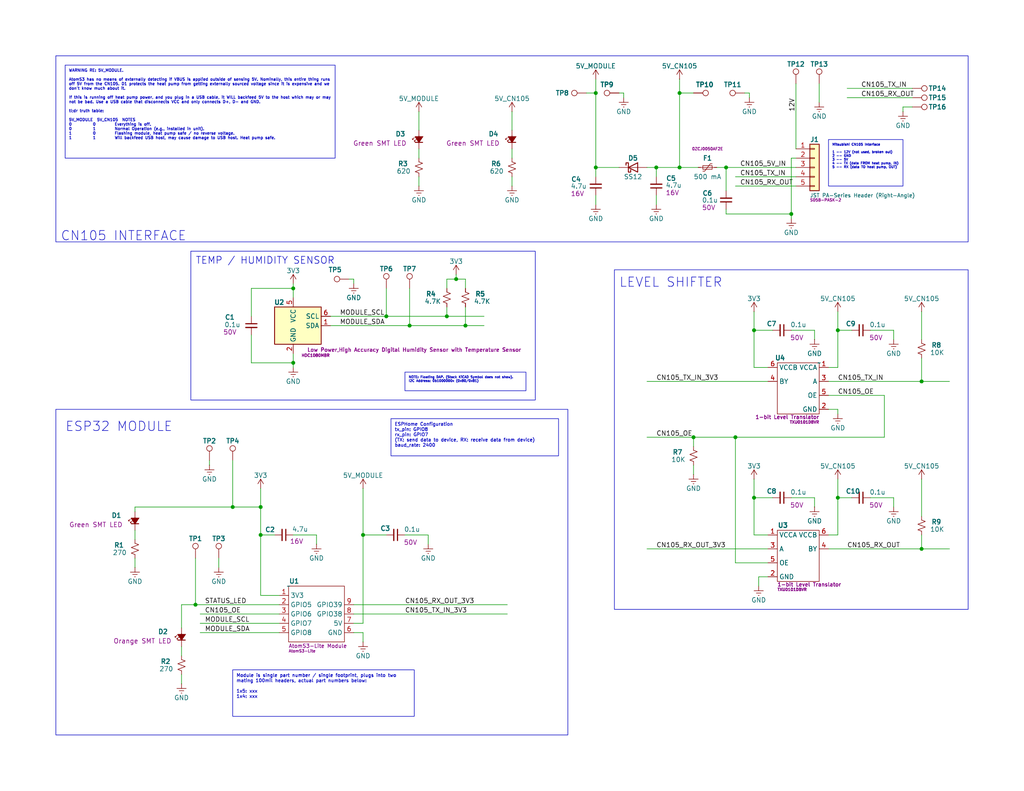
<source format=kicad_sch>
(kicad_sch (version 20250114) (generator "eeschema") (generator_version "9.0")
  (paper "USLetter")
  (title_block (title "CN105 Interface Board") (date "2025-02-09") (rev "A01"))
  (lib_symbols
    (symbol "Connector:TestPoint" (pin_numbers (hide yes)) (pin_names (offset 0.762) (hide yes))
      (property "Reference" "TP" (at 0 6.858 0))
      (property "Value" "TestPoint" (at 0 5.08 0))
      (symbol "TestPoint_0_1"
        (circle (center 0 3.302) (radius 0.762))
      )
      (symbol "TestPoint_1_1"
        (pin passive line (at 0 0 90) (length 2.54) (name "1") (number "1"))
      )
    )
    (symbol "Connector_Generic:Conn_01x05" (pin_names (offset 1.016) (hide yes))
      (property "Reference" "J" (at 0 7.62 0))
      (property "Value" "Conn_01x05" (at 0 -7.62 0))
      (symbol "Conn_01x05_1_1"
        (rectangle (start -1.27 6.35) (end 1.27 -6.35) (stroke (width 0.254)) (fill (type background)))
        (rectangle (start -1.27 5.207) (end 0 4.953) (stroke (width 0.1524)))
        (rectangle (start -1.27 2.667) (end 0 2.413) (stroke (width 0.1524)))
        (rectangle (start -1.27 0.127) (end 0 -0.127) (stroke (width 0.1524)))
        (rectangle (start -1.27 -2.413) (end 0 -2.667) (stroke (width 0.1524)))
        (rectangle (start -1.27 -4.953) (end 0 -5.207) (stroke (width 0.1524)))
        (pin passive line (at -5.08 5.08 0) (length 3.81) (name "Pin_1") (number "1"))
        (pin passive line (at -5.08 2.54 0) (length 3.81) (name "Pin_2") (number "2"))
        (pin passive line (at -5.08 0 0) (length 3.81) (name "Pin_3") (number "3"))
        (pin passive line (at -5.08 -2.54 0) (length 3.81) (name "Pin_4") (number "4"))
        (pin passive line (at -5.08 -5.08 0) (length 3.81) (name "Pin_5") (number "5"))
      )
    )
    (symbol "Device:C_Small" (pin_numbers (hide yes)) (pin_names (offset 0.254) (hide yes))
      (property "Reference" "C" (at 0.254 1.778 0))
      (property "Value" "C_Small" (at 0.254 -2.032 0))
      (symbol "C_Small_0_1"
        (polyline (pts (xy -1.524 0.508) (xy 1.524 0.508)) (stroke (width 0.3048)))
        (polyline (pts (xy -1.524 -0.508) (xy 1.524 -0.508)) (stroke (width 0.3302)))
      )
      (symbol "C_Small_1_1"
        (pin passive line (at 0 2.54 270) (length 2.032) (name "~") (number "1"))
        (pin passive line (at 0 -2.54 90) (length 2.032) (name "~") (number "2"))
      )
    )
    (symbol "Device:LED_Small_Filled" (pin_numbers (hide yes)) (pin_names (offset 0.254) (hide yes))
      (property "Reference" "D" (at -1.27 3.175 0))
      (property "Value" "LED_Small_Filled" (at -4.445 -2.54 0))
      (symbol "LED_Small_Filled_0_1"
        (polyline (pts (xy -0.762 -1.016) (xy -0.762 1.016)) (stroke (width 0.254)))
        (polyline (pts (xy 0 0.762) (xy -0.508 1.27) (xy -0.254 1.27) (xy -0.508 1.27) (xy -0.508 1.016)))
        (polyline (pts (xy 0.508 1.27) (xy 0 1.778) (xy 0.254 1.778) (xy 0 1.778) (xy 0 1.524)))
        (polyline (pts (xy 0.762 -1.016) (xy -0.762 0) (xy 0.762 1.016) (xy 0.762 -1.016)) (stroke (width 0.254)) (fill (type outline)))
        (polyline (pts (xy 1.016 0) (xy -0.762 0)))
      )
      (symbol "LED_Small_Filled_1_1"
        (pin passive line (at -2.54 0 0) (length 1.778) (name "K") (number "1"))
        (pin passive line (at 2.54 0 180) (length 1.778) (name "A") (number "2"))
      )
    )
    (symbol "Device:Polyfuse_Small" (pin_numbers (hide yes)) (pin_names (offset 0))
      (property "Reference" "F" (at -1.905 0 90))
      (property "Value" "Polyfuse_Small" (at 1.905 0 90))
      (symbol "Polyfuse_Small_0_1"
        (polyline (pts (xy -1.016 1.27) (xy -1.016 0.762) (xy 1.016 -0.762) (xy 1.016 -1.27)))
        (rectangle (start -0.508 1.27) (end 0.508 -1.27))
        (polyline (pts (xy 0 2.54) (xy 0 -2.54)))
      )
      (symbol "Polyfuse_Small_1_1"
        (pin passive line (at 0 2.54 270) (length 0.635) (name "~") (number "1"))
        (pin passive line (at 0 -2.54 90) (length 0.635) (name "~") (number "2"))
      )
    )
    (symbol "Device:R_Small_US" (pin_numbers (hide yes)) (pin_names (offset 0.254) (hide yes))
      (property "Reference" "R" (at 0.762 0.508 0))
      (property "Value" "R_Small_US" (at 0.762 -1.016 0))
      (symbol "R_Small_US_1_1"
        (polyline (pts (xy 0 1.524) (xy 1.016 1.143) (xy 0 0.762) (xy -1.016 0.381) (xy 0 0)))
        (polyline (pts (xy 0 0) (xy 1.016 -0.381) (xy 0 -0.762) (xy -1.016 -1.143) (xy 0 -1.524)))
        (pin passive line (at 0 2.54 270) (length 1.016) (name "~") (number "1"))
        (pin passive line (at 0 -2.54 90) (length 1.016) (name "~") (number "2"))
      )
    )
    (symbol "Diode:SS12" (pin_numbers (hide yes)) (pin_names (offset 1.016) (hide yes))
      (property "Reference" "D" (at 0 2.54 0))
      (property "Value" "SS12" (at 0 -2.54 0))
      (symbol "SS12_0_1"
        (polyline (pts (xy -1.905 0.635) (xy -1.905 1.27) (xy -1.27 1.27) (xy -1.27 -1.27) (xy -0.635 -1.27) (xy -0.635 -0.635)) (stroke (width 0.254)))
        (polyline (pts (xy 1.27 1.27) (xy 1.27 -1.27) (xy -1.27 0) (xy 1.27 1.27)) (stroke (width 0.254)))
        (polyline (pts (xy 1.27 0) (xy -1.27 0)))
      )
      (symbol "SS12_1_1"
        (pin passive line (at -3.81 0 0) (length 2.54) (name "K") (number "1"))
        (pin passive line (at 3.81 0 180) (length 2.54) (name "A") (number "2"))
      )
    )
    (symbol "New_Library:AtomS3-Lite"
      (property "Reference" "U" (at 0 0 0))
      (property "Description" "AtomS3-Lite Module" (at 0 -15.494 0))
      (property "ManufacturerPartNumber" "AtomS3-Lite" (at 0 -16.764 0))
      (symbol "AtomS3-Lite_0_1"
        (rectangle (start 0 0) (end 15.24 -15.24))
      )
      (symbol "AtomS3-Lite_1_1"
        (pin power_out line (at -2.54 -2.54 0) (length 2.54) (name "3V3") (number "1"))
        (pin bidirectional line (at -2.54 -5.08 0) (length 2.54) (name "GPIO5") (number "2"))
        (pin bidirectional line (at -2.54 -7.62 0) (length 2.54) (name "GPIO6") (number "3"))
        (pin bidirectional line (at -2.54 -10.16 0) (length 2.54) (name "GPIO7") (number "4"))
        (pin bidirectional line (at -2.54 -12.7 0) (length 2.54) (name "GPIO8") (number "5"))
        (pin power_in line (at 17.78 -5.08 180) (length 2.54) (name "GPIO39") (number "9"))
        (pin bidirectional line (at 17.78 -7.62 180) (length 2.54) (name "GPIO38") (number "8"))
        (pin bidirectional line (at 17.78 -10.16 180) (length 2.54) (name "5V") (number "7"))
        (pin power_in line (at 17.78 -12.7 180) (length 2.54) (name "GND") (number "6"))
      )
    )
    (symbol "New_Library:TXU0101"
      (property "Reference" "U" (at 0 0 0))
      (property "Description" "1-bit Level Translator" (at 0 -14.224 0))
      (property "ManufacturerPartNumber" "TXU0101DBVR" (at 0 -15.748 0))
      (symbol "TXU0101_0_1"
        (rectangle (start 0 0) (end 11.43 -13.97))
      )
      (symbol "TXU0101_1_1"
        (pin power_in line (at -2.54 -1.27 0) (length 2.54) (name "VCCA") (number "1"))
        (pin input line (at -2.54 -5.08 0) (length 2.54) (name "A") (number "3"))
        (pin power_in line (at -2.54 -8.89 0) (length 2.54) (name "OE") (number "5"))
        (pin power_in line (at -2.54 -12.7 0) (length 2.54) (name "GND") (number "2"))
        (pin power_in line (at 13.97 -1.27 180) (length 2.54) (name "VCCB") (number "6"))
        (pin output line (at 13.97 -5.08 180) (length 2.54) (name "BY") (number "4"))
      )
    )
    (symbol "Sensor_Humidity:HDC1080"
      (property "Reference" "U" (at -6.35 6.35 0))
      (property "Value" "HDC1080" (at 3.81 6.35 0))
      (symbol "HDC1080_0_1"
        (rectangle (start -7.62 5.08) (end 5.08 -5.08) (stroke (width 0.254)) (fill (type background)))
      )
      (symbol "HDC1080_1_1"
        (pin no_connect line (at -7.62 2.54 0) (length 2.54) (hide yes) (name "DAP") (number "7"))
        (pin no_connect line (at -7.62 0 0) (length 2.54) (hide yes) (name "NC") (number "3"))
        (pin no_connect line (at -7.62 -2.54 0) (length 2.54) (hide yes) (name "NC") (number "4"))
        (pin power_in line (at -2.54 7.62 270) (length 2.54) (name "VCC") (number "5"))
        (pin power_in line (at -2.54 -7.62 90) (length 2.54) (name "GND") (number "2"))
        (pin input line (at 7.62 2.54 180) (length 2.54) (name "SCL") (number "6"))
        (pin bidirectional line (at 7.62 0 180) (length 2.54) (name "SDA") (number "1"))
      )
    )
    (symbol "power:GNDREF" (power) (pin_numbers (hide yes)) (pin_names (offset 0) (hide yes))
      (property "Value" "GNDREF" (at 0 -3.81 0))
      (symbol "GNDREF_0_1"
        (polyline (pts (xy -0.635 -1.905) (xy 0.635 -1.905)))
        (polyline (pts (xy -0.127 -2.54) (xy 0.127 -2.54)))
        (polyline (pts (xy 0 -1.27) (xy 0 0)))
        (polyline (pts (xy 1.27 -1.27) (xy -1.27 -1.27)))
      )
      (symbol "GNDREF_1_1"
        (pin power_in line (at 0 0 270) (length 0) (name "~") (number "1"))
      )
    )
    (symbol "power:VDD" (power) (pin_numbers (hide yes)) (pin_names (offset 0) (hide yes))
      (property "Value" "VDD" (at 0 3.556 0))
      (symbol "VDD_0_1"
        (polyline (pts (xy -0.762 1.27) (xy 0 2.54)))
        (polyline (pts (xy 0 2.54) (xy 0.762 1.27)))
        (polyline (pts (xy 0 0) (xy 0 2.54)))
      )
      (symbol "VDD_1_1"
        (pin power_in line (at 0 0 90) (length 0) (name "~") (number "1"))
      )
    )
  )
  (rectangle (start 52.07 68.58) (end 146.05 109.22))
  (rectangle (start 167.64 73.66) (end 264.16 166.37))
  (rectangle (start 15.24 111.76) (end 154.94 200.66))
  (rectangle (start 15.24 15.24) (end 264.16 66.04))
  (text "LEVEL SHIFTER" (at 168.91 78.74 0) (effects (font (size 2.54 2.54)) (justify left bottom)))
  (text "TEMP / HUMIDITY SENSOR" (at 53.34 72.39 0) (effects (font (size 1.905 1.905)) (justify left bottom)))
  (text "ESP32 MODULE" (at 17.78 118.11 0) (effects (font (size 2.54 2.54)) (justify left bottom)))
  (text "CN105 INTERFACE" (at 16.51 66.04 0) (effects (font (size 2.54 2.54)) (justify left bottom)))
  (text_box "NOTE: Floating DAP. (Stock KiCAD Symbol does not show).\nI2C Address: 0b1000000x (0x80/0x81)" (at 110.49 101.6 0) (size 33.02 5.08) (margins 0.9525 0.9525 0.9525 0.9525) (effects (font (size 0.635 0.635)) (justify left top)))
  (text_box "ESPHome Configuration\ntx_pin: GPIO8\nrx_pin: GPIO7\n(TX: send data to device, RX: receive data from device)\nbaud_rate: 2400" (at 106.68 114.3 0) (size 45.72 10.16) (margins 0.9525 0.9525 0.9525 0.9525) (effects (font (size 0.889 0.889)) (justify left top)))
  (text_box "Module is single part number / single footprint, plugs into two mating 100mil headers, actual part numbers below:\n\n1x5: xxx\n1x4: xxx\n" (at 63.5 182.88 0) (size 49.53 12.7) (margins 0.9525 0.9525 0.9525 0.9525) (effects (font (size 0.889 0.889)) (justify left top)))
  (text_box "WARNING RE: 5V_MODULE.\n\nAtomS3 has no means of externally detecting if VBUS is applied outside of sensing 5V. Nominally, this entire thing runs off 5V from the CN105. D1 protects the heat pump from getting externally sourced voltage since it is expensive and we don't know much about it.\n\nIf this is running off heat pump power, and you plug in a USB cable, it WILL backfeed 5V to the host which may or may not be bad. Use a USB cable that disconnects VCC and only connects D+, D- and GND.\n\ntl;dr truth table:\n\n5V_MODULE  5V_CN105  NOTES\n0          0         Everything is off.\n0          1         Normal Operation (e.g., installed in unit).\n1          0         Flashing module, heat pump safe / no reverse voltage.\n1          1         Will backfeed USB host, may cause damage to USB host. Heat pump safe.\n" (at 17.78 17.78 0) (size 73.66 25.4) (margins 0.9525 0.9525 0.9525 0.9525) (effects (font (size 0.762 0.762)) (justify left top)))
  (text_box "Mitsubishi CN105 Interface\n\n1 -- 12V (not used, broken out)\n2 -- GND\n3 -- 5V\n4 -- TX (data FROM heat pump, IN)\n5 -- RX (data TO heat pump, OUT)" (exclude_from_sim yes) (at 226.06 38.1 0) (size 20.32 12.7) (margins 0.9525 0.9525 0.9525 0.9525) (effects (font (size 0.635 0.635)) (justify left top)))
  (junction (at 251.46 149.86))
  (junction (at 198.12 45.72))
  (junction (at 205.74 135.89))
  (junction (at 185.42 25.4))
  (junction (at 162.56 45.72))
  (junction (at 200.66 119.38))
  (junction (at 205.74 90.17))
  (junction (at 121.92 86.36))
  (junction (at 251.46 104.14))
  (junction (at 63.5 138.43))
  (junction (at 80.01 78.74))
  (junction (at 162.56 25.4))
  (junction (at 71.12 146.05))
  (junction (at 99.06 146.05))
  (junction (at 80.01 99.06))
  (junction (at 215.9 58.42))
  (junction (at 71.12 138.43))
  (junction (at 189.23 119.38))
  (junction (at 185.42 45.72))
  (junction (at 179.07 45.72))
  (junction (at 228.6 135.89))
  (junction (at 111.76 88.9))
  (junction (at 228.6 90.17))
  (junction (at 124.46 76.2))
  (junction (at 53.34 165.1))
  (junction (at 105.41 86.36))
  (junction (at 127 88.9))
  (wire (pts (xy 215.9 59.69) (xy 215.9 58.42)))
  (wire (pts (xy 251.46 149.86) (xy 259.08 149.86)))
  (wire (pts (xy 95.25 76.2) (xy 96.52 76.2)))
  (wire (pts (xy 205.74 90.17) (xy 205.74 100.33)))
  (wire (pts (xy 80.01 78.74) (xy 80.01 77.47)))
  (wire (pts (xy 228.6 135.89) (xy 228.6 130.81)))
  (wire (pts (xy 121.92 83.82) (xy 121.92 86.36)))
  (wire (pts (xy 63.5 138.43) (xy 71.12 138.43)))
  (wire (pts (xy 251.46 85.09) (xy 251.46 92.71)))
  (wire (pts (xy 205.74 146.05) (xy 209.55 146.05)))
  (wire (pts (xy 226.06 100.33) (xy 228.6 100.33)))
  (wire (pts (xy 139.7 30.48) (xy 139.7 35.56)))
  (wire (pts (xy 54.61 167.64) (xy 76.2 167.64)))
  (wire (pts (xy 49.53 184.15) (xy 49.53 186.69)))
  (wire (pts (xy 222.25 135.89) (xy 222.25 138.43)))
  (wire (pts (xy 162.56 45.72) (xy 168.91 45.72)))
  (wire (pts (xy 90.17 86.36) (xy 105.41 86.36)))
  (wire (pts (xy 36.83 152.4) (xy 36.83 154.94)))
  (wire (pts (xy 251.46 97.79) (xy 251.46 104.14)))
  (wire (pts (xy 121.92 76.2) (xy 124.46 76.2)))
  (wire (pts (xy 205.74 135.89) (xy 205.74 146.05)))
  (wire (pts (xy 49.53 165.1) (xy 49.53 171.45)))
  (wire (pts (xy 57.15 125.73) (xy 57.15 127)))
  (wire (pts (xy 139.7 48.26) (xy 139.7 50.8)))
  (wire (pts (xy 71.12 146.05) (xy 71.12 162.56)))
  (wire (pts (xy 124.46 74.93) (xy 124.46 76.2)))
  (wire (pts (xy 162.56 25.4) (xy 162.56 45.72)))
  (wire (pts (xy 205.74 135.89) (xy 210.82 135.89)))
  (wire (pts (xy 162.56 25.4) (xy 162.56 21.59)))
  (wire (pts (xy 124.46 76.2) (xy 127 76.2)))
  (wire (pts (xy 110.49 146.05) (xy 116.84 146.05)))
  (wire (pts (xy 200.66 119.38) (xy 241.3 119.38)))
  (wire (pts (xy 251.46 104.14) (xy 259.08 104.14)))
  (wire (pts (xy 226.06 149.86) (xy 251.46 149.86)))
  (wire (pts (xy 185.42 25.4) (xy 185.42 45.72)))
  (wire (pts (xy 176.53 149.86) (xy 209.55 149.86)))
  (wire (pts (xy 63.5 125.73) (xy 63.5 138.43)))
  (wire (pts (xy 205.74 85.09) (xy 205.74 90.17)))
  (wire (pts (xy 99.06 172.72) (xy 99.06 175.26)))
  (wire (pts (xy 96.52 76.2) (xy 96.52 77.47)))
  (wire (pts (xy 237.49 135.89) (xy 243.84 135.89)))
  (wire (pts (xy 179.07 45.72) (xy 185.42 45.72)))
  (wire (pts (xy 215.9 90.17) (xy 222.25 90.17)))
  (wire (pts (xy 160.02 25.4) (xy 162.56 25.4)))
  (wire (pts (xy 86.36 146.05) (xy 86.36 148.59)))
  (wire (pts (xy 114.3 30.48) (xy 114.3 35.56)))
  (wire (pts (xy 116.84 146.05) (xy 116.84 148.59)))
  (wire (pts (xy 228.6 100.33) (xy 228.6 90.17)))
  (wire (pts (xy 71.12 138.43) (xy 71.12 146.05)))
  (wire (pts (xy 121.92 86.36) (xy 132.08 86.36)))
  (wire (pts (xy 36.83 138.43) (xy 36.83 139.7)))
  (wire (pts (xy 49.53 176.53) (xy 49.53 179.07)))
  (wire (pts (xy 168.91 25.4) (xy 170.18 25.4)))
  (wire (pts (xy 228.6 111.76) (xy 228.6 113.03)))
  (wire (pts (xy 215.9 43.18) (xy 217.17 43.18)))
  (wire (pts (xy 162.56 45.72) (xy 162.56 48.26)))
  (wire (pts (xy 198.12 58.42) (xy 215.9 58.42)))
  (wire (pts (xy 223.52 22.86) (xy 223.52 27.94)))
  (wire (pts (xy 226.06 146.05) (xy 228.6 146.05)))
  (wire (pts (xy 111.76 78.74) (xy 111.76 88.9)))
  (wire (pts (xy 53.34 165.1) (xy 76.2 165.1)))
  (wire (pts (xy 114.3 40.64) (xy 114.3 43.18)))
  (wire (pts (xy 200.66 153.67) (xy 209.55 153.67)))
  (wire (pts (xy 36.83 144.78) (xy 36.83 147.32)))
  (wire (pts (xy 200.66 48.26) (xy 217.17 48.26)))
  (wire (pts (xy 99.06 146.05) (xy 99.06 170.18)))
  (wire (pts (xy 105.41 86.36) (xy 121.92 86.36)))
  (wire (pts (xy 226.06 104.14) (xy 251.46 104.14)))
  (wire (pts (xy 111.76 88.9) (xy 127 88.9)))
  (wire (pts (xy 80.01 99.06) (xy 80.01 100.33)))
  (wire (pts (xy 231.14 26.67) (xy 248.92 26.67)))
  (wire (pts (xy 226.06 107.95) (xy 241.3 107.95)))
  (wire (pts (xy 59.69 152.4) (xy 59.69 154.94)))
  (wire (pts (xy 71.12 146.05) (xy 74.93 146.05)))
  (wire (pts (xy 80.01 78.74) (xy 80.01 81.28)))
  (wire (pts (xy 228.6 146.05) (xy 228.6 135.89)))
  (wire (pts (xy 80.01 96.52) (xy 80.01 99.06)))
  (wire (pts (xy 205.74 90.17) (xy 210.82 90.17)))
  (wire (pts (xy 195.58 45.72) (xy 198.12 45.72)))
  (wire (pts (xy 243.84 135.89) (xy 243.84 138.43)))
  (wire (pts (xy 49.53 165.1) (xy 53.34 165.1)))
  (wire (pts (xy 185.42 45.72) (xy 190.5 45.72)))
  (wire (pts (xy 127 76.2) (xy 127 78.74)))
  (wire (pts (xy 217.17 22.86) (xy 217.17 40.64)))
  (wire (pts (xy 176.53 104.14) (xy 209.55 104.14)))
  (wire (pts (xy 53.34 152.4) (xy 53.34 165.1)))
  (wire (pts (xy 222.25 90.17) (xy 222.25 92.71)))
  (wire (pts (xy 127 83.82) (xy 127 88.9)))
  (wire (pts (xy 162.56 53.34) (xy 162.56 55.88)))
  (wire (pts (xy 215.9 58.42) (xy 215.9 43.18)))
  (wire (pts (xy 226.06 111.76) (xy 228.6 111.76)))
  (wire (pts (xy 215.9 135.89) (xy 222.25 135.89)))
  (wire (pts (xy 176.53 45.72) (xy 179.07 45.72)))
  (wire (pts (xy 207.01 157.48) (xy 207.01 160.02)))
  (wire (pts (xy 68.58 99.06) (xy 80.01 99.06)))
  (wire (pts (xy 237.49 90.17) (xy 243.84 90.17)))
  (wire (pts (xy 114.3 48.26) (xy 114.3 50.8)))
  (wire (pts (xy 179.07 45.72) (xy 179.07 48.26)))
  (wire (pts (xy 99.06 146.05) (xy 105.41 146.05)))
  (wire (pts (xy 127 88.9) (xy 132.08 88.9)))
  (wire (pts (xy 96.52 167.64) (xy 138.43 167.64)))
  (wire (pts (xy 228.6 90.17) (xy 232.41 90.17)))
  (wire (pts (xy 204.47 25.4) (xy 204.47 26.67)))
  (wire (pts (xy 189.23 127) (xy 189.23 129.54)))
  (wire (pts (xy 99.06 133.35) (xy 99.06 146.05)))
  (wire (pts (xy 96.52 172.72) (xy 99.06 172.72)))
  (wire (pts (xy 176.53 119.38) (xy 189.23 119.38)))
  (wire (pts (xy 71.12 133.35) (xy 71.12 138.43)))
  (wire (pts (xy 251.46 130.81) (xy 251.46 140.97)))
  (wire (pts (xy 68.58 86.36) (xy 68.58 78.74)))
  (wire (pts (xy 54.61 172.72) (xy 76.2 172.72)))
  (wire (pts (xy 105.41 78.74) (xy 105.41 86.36)))
  (wire (pts (xy 36.83 138.43) (xy 63.5 138.43)))
  (wire (pts (xy 198.12 45.72) (xy 217.17 45.72)))
  (wire (pts (xy 121.92 78.74) (xy 121.92 76.2)))
  (wire (pts (xy 231.14 24.13) (xy 248.92 24.13)))
  (wire (pts (xy 68.58 78.74) (xy 80.01 78.74)))
  (wire (pts (xy 246.38 29.21) (xy 248.92 29.21)))
  (wire (pts (xy 205.74 130.81) (xy 205.74 135.89)))
  (wire (pts (xy 241.3 107.95) (xy 241.3 119.38)))
  (wire (pts (xy 228.6 90.17) (xy 228.6 85.09)))
  (wire (pts (xy 68.58 91.44) (xy 68.58 99.06)))
  (wire (pts (xy 80.01 146.05) (xy 86.36 146.05)))
  (wire (pts (xy 90.17 88.9) (xy 111.76 88.9)))
  (wire (pts (xy 96.52 170.18) (xy 99.06 170.18)))
  (wire (pts (xy 251.46 146.05) (xy 251.46 149.86)))
  (wire (pts (xy 205.74 100.33) (xy 209.55 100.33)))
  (wire (pts (xy 198.12 45.72) (xy 198.12 52.07)))
  (wire (pts (xy 189.23 119.38) (xy 200.66 119.38)))
  (wire (pts (xy 71.12 162.56) (xy 76.2 162.56)))
  (wire (pts (xy 96.52 165.1) (xy 138.43 165.1)))
  (wire (pts (xy 228.6 135.89) (xy 232.41 135.89)))
  (wire (pts (xy 200.66 119.38) (xy 200.66 153.67)))
  (wire (pts (xy 185.42 21.59) (xy 185.42 25.4)))
  (wire (pts (xy 200.66 50.8) (xy 217.17 50.8)))
  (wire (pts (xy 207.01 157.48) (xy 209.55 157.48)))
  (wire (pts (xy 179.07 53.34) (xy 179.07 55.88)))
  (wire (pts (xy 139.7 40.64) (xy 139.7 43.18)))
  (wire (pts (xy 243.84 90.17) (xy 243.84 92.71)))
  (wire (pts (xy 54.61 170.18) (xy 76.2 170.18)))
  (wire (pts (xy 185.42 25.4) (xy 189.23 25.4)))
  (wire (pts (xy 198.12 57.15) (xy 198.12 58.42)))
  (wire (pts (xy 170.18 25.4) (xy 170.18 26.67)))
  (wire (pts (xy 203.2 25.4) (xy 204.47 25.4)))
  (wire (pts (xy 189.23 119.38) (xy 189.23 121.92)))
  (wire (pts (xy 246.38 30.48) (xy 246.38 29.21)))
  (label "CN105_TX_IN" (at 228.6 104.14 0))
  (label "CN105_OE" (at 179.07 119.38 0))
  (label "CN105_OE" (at 228.6 107.95 0))
  (label "CN105_TX_IN_3V3" (at 179.07 104.14 0))
  (label "CN105_RX_OUT_3V3" (at 179.07 149.86 0))
  (label "MODULE_SCL" (at 55.88 170.18 0))
  (label "CN105_RX_OUT" (at 234.95 26.67 0))
  (label "12V" (at 217.17 30.48 90))
  (label "CN105_TX_IN" (at 234.95 24.13 0))
  (label "CN105_OE" (at 55.88 167.64 0))
  (label "MODULE_SDA" (at 55.88 172.72 0))
  (label "MODULE_SDA" (at 92.71 88.9 0))
  (label "CN105_5V_IN" (at 201.93 45.72 0))
  (label "CN105_RX_OUT" (at 231.14 149.86 0))
  (label "CN105_TX_IN" (at 201.93 48.26 0))
  (label "STATUS_LED" (at 55.88 165.1 0))
  (label "CN105_RX_OUT" (at 201.93 50.8 0))
  (label "MODULE_SCL" (at 92.71 86.36 0))
  (label "CN105_RX_OUT_3V3" (at 110.49 165.1 0))
  (label "CN105_TX_IN_3V3" (at 110.49 167.64 0))
  (symbol (lib_id "Device:C_Small") (at 68.58 88.9 0) (unit 1)
    (property "Reference" "C1" (at 61.214 86.614 0) (effects (font (thickness 0.254) (bold yes)) (justify left)))
    (property "Value" "0.1u" (at 61.214 88.646 0) (effects (justify left)))
    (property "Footprint" "Capacitor_SMD:C_0603_1608Metric_Pad1.08x0.95mm_HandSolder" (effects (hide yes)))
    (property "Description" "Unpolarized capacitor, small symbol" (effects (hide yes)))
    (property "Voltage" "50V" (at 62.738 90.678 0))
    (property "ManufacturerPartNumber" "  C0603C104K5RAC7411" (effects (hide yes)))
  )
  (symbol (lib_id "Device:R_Small_US") (at 36.83 149.86 0) (unit 1)
    (property "Reference" "R1" (at 30.988 148.844 0) (effects (font (thickness 0.254) (bold yes)) (justify left)))
    (property "Value" "270" (at 30.734 150.876 0) (effects (justify left)))
    (property "Footprint" "Resistor_SMD:R_0603_1608Metric_Pad0.98x0.95mm_HandSolder" (effects (hide yes)))
    (property "Description" "Resistor, small US symbol" (effects (hide yes)))
    (property "ManufacturerPartNumber" "ERJ-3GEYJ271V" (effects (hide yes)))
  )
  (symbol (lib_id "Connector:TestPoint") (at 189.23 25.4 270) (unit 1)
    (property "Reference" "TP10" (at 192.278 23.114 90) (effects (font (thickness 0.254) (bold yes))))
    (property "Value" "TestPoint" (effects (hide yes)))
    (property "Footprint" "TestPoint:TestPoint_Keystone_5000-5004_Miniature" (effects (hide yes)))
    (property "Description" "test point" (effects (hide yes)))
  )
  (symbol (lib_id "Connector:TestPoint") (at 59.69 152.4 0) (unit 1)
    (property "Reference" "TP3" (at 59.69 147.066 0) (effects (font (thickness 0.254) (bold yes))))
    (property "Value" "TestPoint" (effects (hide yes)))
    (property "Footprint" "TestPoint:TestPoint_Keystone_5000-5004_Miniature" (effects (hide yes)))
    (property "Description" "test point" (effects (hide yes)))
  )
  (symbol (lib_id "Device:R_Small_US") (at 114.3 45.72 0) (unit 1)
    (property "Reference" "R3" (at 108.458 44.704 0) (effects (font (thickness 0.254) (bold yes)) (justify left)))
    (property "Value" "620" (at 108.204 46.736 0) (effects (justify left)))
    (property "Footprint" "Resistor_SMD:R_0603_1608Metric_Pad0.98x0.95mm_HandSolder" (effects (hide yes)))
    (property "Description" "Resistor, small US symbol" (effects (hide yes)))
    (property "ManufacturerPartNumber" "ERJ-3GEYJ621V" (effects (hide yes)))
  )
  (symbol (lib_id "Connector:TestPoint") (at 168.91 25.4 90) (unit 1)
    (property "Reference" "TP9" (at 165.608 23.114 90) (effects (font (thickness 0.254) (bold yes))))
    (property "Value" "TestPoint" (effects (hide yes)))
    (property "Footprint" "TestPoint:TestPoint_Keystone_5000-5004_Miniature" (effects (hide yes)))
    (property "Description" "test point" (effects (hide yes)))
  )
  (symbol (lib_id "New_Library:TXU0101") (at 223.52 99.06 0) (mirror y) (unit 1)
    (property "Reference" "U4" (at 214.376 98.552 0) (effects (font (thickness 0.254) (bold yes)) (justify left bottom)))
    (property "Value" "~" (at 223.52 99.06 0))
    (property "Footprint" "Package_TO_SOT_SMD:SOT-23-6_Handsoldering" (effects (hide yes)))
    (property "Description" "1-bit Level Translator" (at 223.52 113.284 0) (effects (font (size 1.016 1.016)) (justify left top)))
    (property "ManufacturerPartNumber" "TXU0101DBVR" (at 223.52 114.808 0) (effects (font (size 0.762 0.762)) (justify left top)))
  )
  (symbol (lib_id "Device:C_Small") (at 234.95 90.17 270) (unit 1)
    (property "Reference" "C9" (at 230.632 88.392 90) (effects (font (thickness 0.254) (bold yes)) (justify left)))
    (property "Value" "0.1u" (at 237.236 88.646 90) (effects (justify left)))
    (property "Footprint" "Capacitor_SMD:C_0603_1608Metric_Pad1.08x0.95mm_HandSolder" (effects (hide yes)))
    (property "Description" "Unpolarized capacitor, small symbol" (effects (hide yes)))
    (property "Voltage" "50V" (at 239.014 92.202 90))
    (property "ManufacturerPartNumber" "  C0603C104K5RAC7411" (effects (hide yes)))
  )
  (symbol (lib_id "Device:C_Small") (at 213.36 90.17 270) (unit 1)
    (property "Reference" "C7" (at 209.042 88.392 90) (effects (font (thickness 0.254) (bold yes)) (justify left)))
    (property "Value" "0.1u" (at 215.646 88.646 90) (effects (justify left)))
    (property "Footprint" "Capacitor_SMD:C_0603_1608Metric_Pad1.08x0.95mm_HandSolder" (effects (hide yes)))
    (property "Description" "Unpolarized capacitor, small symbol" (effects (hide yes)))
    (property "Voltage" "50V" (at 217.424 92.202 90))
    (property "ManufacturerPartNumber" "  C0603C104K5RAC7411" (effects (hide yes)))
  )
  (symbol (lib_id "Device:R_Small_US") (at 139.7 45.72 0) (unit 1)
    (property "Reference" "R6" (at 133.858 44.704 0) (effects (font (thickness 0.254) (bold yes)) (justify left)))
    (property "Value" "620" (at 133.604 46.736 0) (effects (justify left)))
    (property "Footprint" "Resistor_SMD:R_0603_1608Metric_Pad0.98x0.95mm_HandSolder" (effects (hide yes)))
    (property "Description" "Resistor, small US symbol" (effects (hide yes)))
    (property "ManufacturerPartNumber" "ERJ-3GEYJ621V" (effects (hide yes)))
  )
  (symbol (lib_id "power:GNDREF") (at 222.25 138.43 0) (unit 1)
    (property "Reference" "#PWR030" (effects (hide yes)))
    (property "Value" "GND" (at 222.25 142.24 0))
    (property "Description" "Power symbol creates a global label with name \"GNDREF\" , reference supply ground" (effects (hide yes)))
  )
  (symbol (lib_id "power:VDD") (at 228.6 85.09 0) (unit 1)
    (property "Reference" "#PWR032" (effects (hide yes)))
    (property "Value" "5V_CN105" (at 228.6 81.534 0))
    (property "Description" "Power symbol creates a global label with name \"VDD\"" (effects (hide yes)))
  )
  (symbol (lib_id "Device:R_Small_US") (at 127 81.28 0) (unit 1)
    (property "Reference" "R5" (at 129.54 80.264 0) (effects (font (thickness 0.254) (bold yes)) (justify left)))
    (property "Value" "4.7K" (at 129.286 82.296 0) (effects (justify left)))
    (property "Footprint" "Resistor_SMD:R_0603_1608Metric_Pad0.98x0.95mm_HandSolder" (effects (hide yes)))
    (property "Description" "Resistor, small US symbol" (effects (hide yes)))
    (property "ManufacturerPartNumber" "ERJ-3GEYJ472V" (effects (hide yes)))
  )
  (symbol (lib_id "Device:LED_Small_Filled") (at 36.83 142.24 90) (unit 1)
    (property "Reference" "D1" (at 33.274 140.716 90) (effects (font (thickness 0.254) (bold yes)) (justify left)))
    (property "Value" "LED_Small_Filled" (effects (hide yes)))
    (property "Footprint" "LED_SMD:LED_0603_1608Metric_Pad1.05x0.95mm_HandSolder" (effects (hide yes)))
    (property "Description" "Light emitting diode, small symbol, filled shape" (effects (hide yes)))
    (property "Sim.Pins" "1=K 2=A" (effects (hide yes)))
    (property "Comment" "Green SMT LED" (at 26.162 143.256 90))
    (property "ManufacturerPartNumber" "LTST-C190GKT" (effects (hide yes)))
  )
  (symbol (lib_id "Device:Polyfuse_Small") (at 193.04 45.72 90) (unit 1)
    (property "Reference" "F1" (at 193.04 43.18 90) (effects (font (thickness 0.254) (bold yes))))
    (property "Value" "500 mA" (at 193.04 48.26 90))
    (property "Footprint" "Fuse:Fuse_1206_3216Metric_Pad1.42x1.75mm_HandSolder" (effects (hide yes)))
    (property "Description" "Resettable fuse, polymeric positive temperature coefficient, small symbol" (effects (hide yes)))
    (property "ManufacturerPartNumber" "0ZCJ0050AF2E" (at 193.04 40.64 90) (effects (font (size 0.762 0.762))))
  )
  (symbol (lib_id "Connector:TestPoint") (at 105.41 78.74 0) (unit 1)
    (property "Reference" "TP6" (at 105.41 73.406 0) (effects (font (thickness 0.254) (bold yes))))
    (property "Value" "TestPoint" (effects (hide yes)))
    (property "Footprint" "TestPoint:TestPoint_Keystone_5000-5004_Miniature" (effects (hide yes)))
    (property "Description" "test point" (effects (hide yes)))
  )
  (symbol (lib_id "power:GNDREF") (at 223.52 27.94 0) (unit 1)
    (property "Reference" "#PWR031" (effects (hide yes)))
    (property "Value" "GND" (at 223.52 31.75 0))
    (property "Description" "Power symbol creates a global label with name \"GNDREF\" , reference supply ground" (effects (hide yes)))
  )
  (symbol (lib_id "power:VDD") (at 139.7 30.48 0) (unit 1)
    (property "Reference" "#PWR016" (effects (hide yes)))
    (property "Value" "5V_CN105" (at 139.7 26.924 0))
    (property "Description" "Power symbol creates a global label with name \"VDD\"" (effects (hide yes)))
  )
  (symbol (lib_id "power:GNDREF") (at 162.56 55.88 0) (unit 1)
    (property "Reference" "#PWR019" (effects (hide yes)))
    (property "Value" "GND" (at 162.56 59.69 0))
    (property "Description" "Power symbol creates a global label with name \"GNDREF\" , reference supply ground" (effects (hide yes)))
  )
  (symbol (lib_id "power:VDD") (at 205.74 130.81 0) (unit 1)
    (property "Reference" "#PWR026" (effects (hide yes)))
    (property "Value" "3V3" (at 205.74 127.254 0))
    (property "Description" "Power symbol creates a global label with name \"VDD\"" (effects (hide yes)))
  )
  (symbol (lib_id "Device:C_Small") (at 198.12 54.61 180) (unit 1)
    (property "Reference" "C6" (at 191.516 53.594 0) (effects (font (thickness 0.254) (bold yes)) (justify right top)))
    (property "Value" "0.1u" (at 191.516 55.372 0) (effects (justify right top)))
    (property "Footprint" "Capacitor_SMD:C_0603_1608Metric_Pad1.08x0.95mm_HandSolder" (effects (hide yes)))
    (property "Description" "Unpolarized capacitor, small symbol" (effects (hide yes)))
    (property "Voltage" "50V" (at 191.516 57.404 0) (effects (justify right top)))
    (property "ManufacturerPartNumber" "  C0603C104K5RAC7411" (effects (hide yes)))
  )
  (symbol (lib_id "power:GNDREF") (at 99.06 175.26 0) (unit 1)
    (property "Reference" "#PWR010" (effects (hide yes)))
    (property "Value" "GND" (at 99.06 179.07 0))
    (property "Description" "Power symbol creates a global label with name \"GNDREF\" , reference supply ground" (effects (hide yes)))
  )
  (symbol (lib_id "Connector:TestPoint") (at 217.17 22.86 0) (unit 1)
    (property "Reference" "TP12" (at 217.17 17.526 0) (effects (font (thickness 0.254) (bold yes))))
    (property "Value" "TestPoint" (effects (hide yes)))
    (property "Footprint" "TestPoint:TestPoint_Keystone_5000-5004_Miniature" (effects (hide yes)))
    (property "Description" "test point" (effects (hide yes)))
  )
  (symbol (lib_id "power:GNDREF") (at 170.18 26.67 0) (unit 1)
    (property "Reference" "#PWR020" (effects (hide yes)))
    (property "Value" "GND" (at 170.18 30.48 0))
    (property "Description" "Power symbol creates a global label with name \"GNDREF\" , reference supply ground" (effects (hide yes)))
  )
  (symbol (lib_id "power:GNDREF") (at 204.47 26.67 0) (unit 1)
    (property "Reference" "#PWR024" (effects (hide yes)))
    (property "Value" "GND" (at 204.47 30.48 0))
    (property "Description" "Power symbol creates a global label with name \"GNDREF\" , reference supply ground" (effects (hide yes)))
  )
  (symbol (lib_id "Connector:TestPoint") (at 111.76 78.74 0) (unit 1)
    (property "Reference" "TP7" (at 111.76 73.406 0) (effects (font (thickness 0.254) (bold yes))))
    (property "Value" "TestPoint" (effects (hide yes)))
    (property "Footprint" "TestPoint:TestPoint_Keystone_5000-5004_Miniature" (effects (hide yes)))
    (property "Description" "test point" (effects (hide yes)))
  )
  (symbol (lib_id "Device:LED_Small_Filled") (at 49.53 173.99 90) (unit 1)
    (property "Reference" "D2" (at 45.974 172.466 90) (effects (font (thickness 0.254) (bold yes)) (justify left)))
    (property "Value" "LED_Small_Filled" (effects (hide yes)))
    (property "Footprint" "LED_SMD:LED_0603_1608Metric_Pad1.05x0.95mm_HandSolder" (effects (hide yes)))
    (property "Description" "Light emitting diode, small symbol, filled shape" (effects (hide yes)))
    (property "Sim.Pins" "1=K 2=A" (effects (hide yes)))
    (property "Comment" "Orange SMT LED" (at 38.862 175.006 90))
    (property "ManufacturerPartNumber" "LTST-C190AKT" (effects (hide yes)))
  )
  (symbol (lib_id "power:GNDREF") (at 207.01 160.02 0) (unit 1)
    (property "Reference" "#PWR027" (effects (hide yes)))
    (property "Value" "GND" (at 207.01 163.83 0))
    (property "Description" "Power symbol creates a global label with name \"GNDREF\" , reference supply ground" (effects (hide yes)))
  )
  (symbol (lib_id "Device:R_Small_US") (at 189.23 124.46 0) (unit 1)
    (property "Reference" "R7" (at 183.388 123.444 0) (effects (font (thickness 0.254) (bold yes)) (justify left)))
    (property "Value" "10K" (at 183.134 125.476 0) (effects (justify left)))
    (property "Footprint" "Resistor_SMD:R_0603_1608Metric_Pad0.98x0.95mm_HandSolder" (effects (hide yes)))
    (property "Description" "Resistor, small US symbol" (effects (hide yes)))
    (property "ManufacturerPartNumber" "ERJ-3GEYJ103V" (effects (hide yes)))
  )
  (symbol (lib_id "power:GNDREF") (at 189.23 129.54 0) (unit 1)
    (property "Reference" "#PWR023" (effects (hide yes)))
    (property "Value" "GND" (at 189.23 133.35 0))
    (property "Description" "Power symbol creates a global label with name \"GNDREF\" , reference supply ground" (effects (hide yes)))
  )
  (symbol (lib_id "power:GNDREF") (at 243.84 92.71 0) (unit 1)
    (property "Reference" "#PWR035" (effects (hide yes)))
    (property "Value" "GND" (at 243.84 96.52 0))
    (property "Description" "Power symbol creates a global label with name \"GNDREF\" , reference supply ground" (effects (hide yes)))
  )
  (symbol (lib_id "Device:C_Small") (at 77.47 146.05 270) (unit 1)
    (property "Reference" "C2" (at 75.184 143.764 90) (effects (font (thickness 0.254) (bold yes)) (justify right top)))
    (property "Value" "4.7u" (at 84.074 143.764 90) (effects (justify right top)))
    (property "Footprint" "Capacitor_SMD:C_0805_2012Metric_Pad1.18x1.45mm_HandSolder" (effects (hide yes)))
    (property "Description" "Unpolarized capacitor, small symbol" (effects (hide yes)))
    (property "Voltage" "16V" (at 82.804 147.066 90) (effects (justify right top)))
    (property "ManufacturerPartNumber" "  GRM21BR71C475KE51L" (effects (hide yes)))
  )
  (symbol (lib_id "power:VDD") (at 251.46 85.09 0) (unit 1)
    (property "Reference" "#PWR038" (effects (hide yes)))
    (property "Value" "5V_CN105" (at 251.46 81.534 0))
    (property "Description" "Power symbol creates a global label with name \"VDD\"" (effects (hide yes)))
  )
  (symbol (lib_id "power:GNDREF") (at 114.3 50.8 0) (unit 1)
    (property "Reference" "#PWR013" (effects (hide yes)))
    (property "Value" "GND" (at 114.3 54.61 0))
    (property "Description" "Power symbol creates a global label with name \"GNDREF\" , reference supply ground" (effects (hide yes)))
  )
  (symbol (lib_id "power:VDD") (at 114.3 30.48 0) (unit 1)
    (property "Reference" "#PWR012" (effects (hide yes)))
    (property "Value" "5V_MODULE" (at 114.3 26.924 0))
    (property "Description" "Power symbol creates a global label with name \"VDD\"" (effects (hide yes)))
  )
  (symbol (lib_id "power:VDD") (at 80.01 77.47 0) (unit 1)
    (property "Reference" "#PWR06" (effects (hide yes)))
    (property "Value" "3V3" (at 80.01 73.914 0))
    (property "Description" "Power symbol creates a global label with name \"VDD\"" (effects (hide yes)))
  )
  (symbol (lib_id "power:GNDREF") (at 243.84 138.43 0) (unit 1)
    (property "Reference" "#PWR036" (effects (hide yes)))
    (property "Value" "GND" (at 243.84 142.24 0))
    (property "Description" "Power symbol creates a global label with name \"GNDREF\" , reference supply ground" (effects (hide yes)))
  )
  (symbol (lib_id "power:GNDREF") (at 49.53 186.69 0) (unit 1)
    (property "Reference" "#PWR02" (effects (hide yes)))
    (property "Value" "GND" (at 49.53 190.5 0))
    (property "Description" "Power symbol creates a global label with name \"GNDREF\" , reference supply ground" (effects (hide yes)))
  )
  (symbol (lib_id "Connector:TestPoint") (at 53.34 152.4 0) (unit 1)
    (property "Reference" "TP1" (at 53.34 147.066 0) (effects (font (thickness 0.254) (bold yes))))
    (property "Value" "TestPoint" (effects (hide yes)))
    (property "Footprint" "TestPoint:TestPoint_Keystone_5000-5004_Miniature" (effects (hide yes)))
    (property "Description" "test point" (effects (hide yes)))
  )
  (symbol (lib_id "power:VDD") (at 124.46 74.93 0) (unit 1)
    (property "Reference" "#PWR015" (effects (hide yes)))
    (property "Value" "3V3" (at 124.46 71.374 0))
    (property "Description" "Power symbol creates a global label with name \"VDD\"" (effects (hide yes)))
  )
  (symbol (lib_id "Device:LED_Small_Filled") (at 114.3 38.1 90) (unit 1)
    (property "Reference" "D3" (at 110.744 36.576 90) (effects (font (thickness 0.254) (bold yes)) (justify left)))
    (property "Value" "LED_Small_Filled" (effects (hide yes)))
    (property "Footprint" "LED_SMD:LED_0603_1608Metric_Pad1.05x0.95mm_HandSolder" (effects (hide yes)))
    (property "Description" "Light emitting diode, small symbol, filled shape" (effects (hide yes)))
    (property "Sim.Pins" "1=K 2=A" (effects (hide yes)))
    (property "Comment" "Green SMT LED" (at 103.632 39.116 90))
    (property "ManufacturerPartNumber" "LTST-C190GKT" (effects (hide yes)))
  )
  (symbol (lib_id "Device:C_Small") (at 107.95 146.05 270) (unit 1)
    (property "Reference" "C3" (at 103.632 144.272 90) (effects (font (thickness 0.254) (bold yes)) (justify left)))
    (property "Value" "0.1u" (at 110.236 144.526 90) (effects (justify left)))
    (property "Footprint" "Capacitor_SMD:C_0603_1608Metric_Pad1.08x0.95mm_HandSolder" (effects (hide yes)))
    (property "Description" "Unpolarized capacitor, small symbol" (effects (hide yes)))
    (property "Voltage" "50V" (at 112.014 148.082 90))
    (property "ManufacturerPartNumber" "  C0603C104K5RAC7411" (effects (hide yes)))
  )
  (symbol (lib_id "Device:R_Small_US") (at 49.53 181.61 0) (unit 1)
    (property "Reference" "R2" (at 43.688 180.594 0) (effects (font (thickness 0.254) (bold yes)) (justify left)))
    (property "Value" "270" (at 43.434 182.626 0) (effects (justify left)))
    (property "Footprint" "Resistor_SMD:R_0603_1608Metric_Pad0.98x0.95mm_HandSolder" (effects (hide yes)))
    (property "Description" "Resistor, small US symbol" (effects (hide yes)))
    (property "ManufacturerPartNumber" "ERJ-3GEYJ271V" (effects (hide yes)))
  )
  (symbol (lib_id "Device:C_Small") (at 179.07 50.8 180) (unit 1)
    (property "Reference" "C5" (at 181.61 49.53 0) (effects (font (thickness 0.254) (bold yes)) (justify right top)))
    (property "Value" "4.7u" (at 181.61 51.308 0) (effects (justify right top)))
    (property "Footprint" "Capacitor_SMD:C_0805_2012Metric_Pad1.18x1.45mm_HandSolder" (effects (hide yes)))
    (property "Description" "Unpolarized capacitor, small symbol" (effects (hide yes)))
    (property "Voltage" "16V" (at 181.61 53.34 0) (effects (justify right top)))
    (property "ManufacturerPartNumber" "  GRM21BR71C475KE51L" (effects (hide yes)))
  )
  (symbol (lib_id "Device:R_Small_US") (at 251.46 95.25 0) (unit 1)
    (property "Reference" "R8" (at 254 94.234 0) (effects (font (thickness 0.254) (bold yes)) (justify left)))
    (property "Value" "10K" (at 253.746 96.266 0) (effects (justify left)))
    (property "Footprint" "Resistor_SMD:R_0603_1608Metric_Pad0.98x0.95mm_HandSolder" (effects (hide yes)))
    (property "Description" "Resistor, small US symbol" (effects (hide yes)))
    (property "ManufacturerPartNumber" "ERJ-3GEYJ103V" (effects (hide yes)))
  )
  (symbol (lib_id "power:GNDREF") (at 86.36 148.59 0) (unit 1)
    (property "Reference" "#PWR08" (effects (hide yes)))
    (property "Value" "GND" (at 86.36 152.4 0))
    (property "Description" "Power symbol creates a global label with name \"GNDREF\" , reference supply ground" (effects (hide yes)))
  )
  (symbol (lib_id "New_Library:AtomS3-Lite") (at 78.74 160.02 0) (unit 1)
    (property "Reference" "U1" (at 78.74 159.512 0) (effects (font (thickness 0.254) (bold yes)) (justify left bottom)))
    (property "Value" "~" (at 78.74 160.02 0))
    (property "Footprint" "Carrier_Board:Atom_S3-Lite" (effects (hide yes)))
    (property "Description" "AtomS3-Lite Module" (at 78.74 175.768 0) (effects (font (size 1.016 1.016)) (justify left top)))
    (property "ManufacturerPartNumber" "AtomS3-Lite" (at 78.74 177.292 0) (effects (font (size 0.762 0.762)) (justify left top)))
  )
  (symbol (lib_id "power:GNDREF") (at 246.38 30.48 0) (unit 1)
    (property "Reference" "#PWR037" (effects (hide yes)))
    (property "Value" "GND" (at 246.38 34.29 0))
    (property "Description" "Power symbol creates a global label with name \"GNDREF\" , reference supply ground" (effects (hide yes)))
  )
  (symbol (lib_id "power:VDD") (at 251.46 130.81 0) (unit 1)
    (property "Reference" "#PWR039" (effects (hide yes)))
    (property "Value" "5V_CN105" (at 251.46 127.254 0))
    (property "Description" "Power symbol creates a global label with name \"VDD\"" (effects (hide yes)))
  )
  (symbol (lib_id "Device:C_Small") (at 213.36 135.89 270) (unit 1)
    (property "Reference" "C8" (at 209.042 134.112 90) (effects (font (thickness 0.254) (bold yes)) (justify left)))
    (property "Value" "0.1u" (at 215.646 134.366 90) (effects (justify left)))
    (property "Footprint" "Capacitor_SMD:C_0603_1608Metric_Pad1.08x0.95mm_HandSolder" (effects (hide yes)))
    (property "Description" "Unpolarized capacitor, small symbol" (effects (hide yes)))
    (property "Voltage" "50V" (at 217.424 137.922 90))
    (property "ManufacturerPartNumber" "  C0603C104K5RAC7411" (effects (hide yes)))
  )
  (symbol (lib_id "Sensor_Humidity:HDC1080") (at 82.55 88.9 0) (unit 1)
    (property "Reference" "U2" (at 76.2 82.55 0) (effects (font (thickness 0.254) (bold yes))))
    (property "Value" "HDC1080" (effects (hide yes)))
    (property "Footprint" "Package_SON:Texas_PWSON-N6" (effects (hide yes)))
    (property "Datasheet" "http://www.ti.com/lit/ds/symlink/hdc1080.pdf" (effects (hide yes)))
    (property "Description" "Low Power,High Accuracy Digital Humidity Sensor with Temperature Sensor" (at 113.03 95.504 0) (effects (font (size 1.016 1.016))))
    (property "ManufacturerPartNumber" "HDC1080MBR" (at 86.106 97.028 0) (effects (font (size 0.762 0.762))))
  )
  (symbol (lib_id "power:GNDREF") (at 57.15 127 0) (unit 1)
    (property "Reference" "#PWR03" (effects (hide yes)))
    (property "Value" "GND" (at 57.15 130.81 0))
    (property "Description" "Power symbol creates a global label with name \"GNDREF\" , reference supply ground" (effects (hide yes)))
  )
  (symbol (lib_id "Device:R_Small_US") (at 121.92 81.28 0) (unit 1)
    (property "Reference" "R4" (at 116.078 80.264 0) (effects (font (thickness 0.254) (bold yes)) (justify left)))
    (property "Value" "4.7K" (at 115.824 82.296 0) (effects (justify left)))
    (property "Footprint" "Resistor_SMD:R_0603_1608Metric_Pad0.98x0.95mm_HandSolder" (effects (hide yes)))
    (property "Description" "Resistor, small US symbol" (effects (hide yes)))
    (property "ManufacturerPartNumber" "ERJ-3GEYJ472V" (effects (hide yes)))
  )
  (symbol (lib_id "power:GNDREF") (at 215.9 59.69 0) (unit 1)
    (property "Reference" "#PWR028" (effects (hide yes)))
    (property "Value" "GND" (at 215.9 63.5 0))
    (property "Description" "Power symbol creates a global label with name \"GNDREF\" , reference supply ground" (effects (hide yes)))
  )
  (symbol (lib_id "Connector:TestPoint") (at 203.2 25.4 90) (unit 1)
    (property "Reference" "TP11" (at 199.898 23.114 90) (effects (font (thickness 0.254) (bold yes))))
    (property "Value" "TestPoint" (effects (hide yes)))
    (property "Footprint" "TestPoint:TestPoint_Keystone_5000-5004_Miniature" (effects (hide yes)))
    (property "Description" "test point" (effects (hide yes)))
  )
  (symbol (lib_id "New_Library:TXU0101") (at 212.09 144.78 0) (unit 1)
    (property "Reference" "U3" (at 212.09 144.272 0) (effects (font (thickness 0.254) (bold yes)) (justify left bottom)))
    (property "Footprint" "Package_TO_SOT_SMD:SOT-23-6_Handsoldering" (effects (hide yes)))
    (property "Description" "1-bit Level Translator" (at 212.09 159.004 0) (effects (font (size 1.016 1.016)) (justify left top)))
    (property "ManufacturerPartNumber" "TXU0101DBVR" (at 212.09 160.528 0) (effects (font (size 0.762 0.762)) (justify left top)))
  )
  (symbol (lib_id "Connector:TestPoint") (at 248.92 24.13 270) (unit 1)
    (property "Reference" "TP14" (at 255.778 24.13 90) (effects (font (thickness 0.254) (bold yes))))
    (property "Value" "TestPoint" (effects (hide yes)))
    (property "Footprint" "TestPoint:TestPoint_Keystone_5000-5004_Miniature" (effects (hide yes)))
    (property "Description" "test point" (effects (hide yes)))
  )
  (symbol (lib_id "power:GNDREF") (at 59.69 154.94 0) (unit 1)
    (property "Reference" "#PWR04" (effects (hide yes)))
    (property "Value" "GND" (at 59.69 158.75 0))
    (property "Description" "Power symbol creates a global label with name \"GNDREF\" , reference supply ground" (effects (hide yes)))
  )
  (symbol (lib_id "Connector:TestPoint") (at 248.92 29.21 270) (unit 1)
    (property "Reference" "TP16" (at 255.778 29.21 90) (effects (font (thickness 0.254) (bold yes))))
    (property "Value" "TestPoint" (effects (hide yes)))
    (property "Footprint" "TestPoint:TestPoint_Keystone_5000-5004_Miniature" (effects (hide yes)))
    (property "Description" "test point" (effects (hide yes)))
  )
  (symbol (lib_id "Device:R_Small_US") (at 251.46 143.51 0) (unit 1)
    (property "Reference" "R9" (at 254 142.494 0) (effects (font (thickness 0.254) (bold yes)) (justify left)))
    (property "Value" "10K" (at 253.746 144.526 0) (effects (justify left)))
    (property "Footprint" "Resistor_SMD:R_0603_1608Metric_Pad0.98x0.95mm_HandSolder" (effects (hide yes)))
    (property "Description" "Resistor, small US symbol" (effects (hide yes)))
    (property "ManufacturerPartNumber" "ERJ-3GEYJ103V" (effects (hide yes)))
  )
  (symbol (lib_id "power:VDD") (at 205.74 85.09 0) (unit 1)
    (property "Reference" "#PWR025" (effects (hide yes)))
    (property "Value" "3V3" (at 205.74 81.534 0))
    (property "Description" "Power symbol creates a global label with name \"VDD\"" (effects (hide yes)))
  )
  (symbol (lib_id "power:VDD") (at 71.12 133.35 0) (unit 1)
    (property "Reference" "#PWR05" (effects (hide yes)))
    (property "Value" "3V3" (at 71.12 129.794 0))
    (property "Description" "Power symbol creates a global label with name \"VDD\"" (effects (hide yes)))
  )
  (symbol (lib_id "Device:C_Small") (at 162.56 50.8 180) (unit 1)
    (property "Reference" "C4" (at 155.702 49.784 0) (effects (font (thickness 0.254) (bold yes)) (justify right top)))
    (property "Value" "4.7u" (at 155.702 51.562 0) (effects (justify right top)))
    (property "Footprint" "Capacitor_SMD:C_0805_2012Metric_Pad1.18x1.45mm_HandSolder" (effects (hide yes)))
    (property "Description" "Unpolarized capacitor, small symbol" (effects (hide yes)))
    (property "Voltage" "16V" (at 155.702 53.594 0) (effects (justify right top)))
    (property "ManufacturerPartNumber" "  GRM21BR71C475KE51L" (effects (hide yes)))
  )
  (symbol (lib_id "Connector:TestPoint") (at 95.25 76.2 90) (unit 1)
    (property "Reference" "TP5" (at 91.44 73.66 90) (effects (font (thickness 0.254) (bold yes))))
    (property "Value" "TestPoint" (effects (hide yes)))
    (property "Footprint" "TestPoint:TestPoint_Keystone_5000-5004_Miniature" (effects (hide yes)))
    (property "Description" "test point" (effects (hide yes)))
  )
  (symbol (lib_id "Connector:TestPoint") (at 248.92 26.67 270) (unit 1)
    (property "Reference" "TP15" (at 255.778 26.67 90) (effects (font (thickness 0.254) (bold yes))))
    (property "Value" "TestPoint" (effects (hide yes)))
    (property "Footprint" "TestPoint:TestPoint_Keystone_5000-5004_Miniature" (effects (hide yes)))
    (property "Description" "test point" (effects (hide yes)))
  )
  (symbol (lib_id "power:VDD") (at 99.06 133.35 0) (unit 1)
    (property "Reference" "#PWR011" (effects (hide yes)))
    (property "Value" "5V_MODULE" (at 99.06 129.794 0))
    (property "Description" "Power symbol creates a global label with name \"VDD\"" (effects (hide yes)))
  )
  (symbol (lib_id "power:GNDREF") (at 96.52 77.47 0) (unit 1)
    (property "Reference" "#PWR09" (effects (hide yes)))
    (property "Value" "GND" (at 96.52 81.28 0))
    (property "Description" "Power symbol creates a global label with name \"GNDREF\" , reference supply ground" (effects (hide yes)))
  )
  (symbol (lib_id "Connector:TestPoint") (at 63.5 125.73 0) (unit 1)
    (property "Reference" "TP4" (at 63.5 120.396 0) (effects (font (thickness 0.254) (bold yes))))
    (property "Value" "TestPoint" (effects (hide yes)))
    (property "Footprint" "TestPoint:TestPoint_Keystone_5000-5004_Miniature" (effects (hide yes)))
    (property "Description" "test point" (effects (hide yes)))
  )
  (symbol (lib_id "Device:C_Small") (at 234.95 135.89 270) (unit 1)
    (property "Reference" "C10" (at 230.632 134.112 90) (effects (font (thickness 0.254) (bold yes)) (justify left)))
    (property "Value" "0.1u" (at 237.236 134.366 90) (effects (justify left)))
    (property "Footprint" "Capacitor_SMD:C_0603_1608Metric_Pad1.08x0.95mm_HandSolder" (effects (hide yes)))
    (property "Description" "Unpolarized capacitor, small symbol" (effects (hide yes)))
    (property "Voltage" "50V" (at 239.014 137.922 90))
    (property "ManufacturerPartNumber" "  C0603C104K5RAC7411" (effects (hide yes)))
  )
  (symbol (lib_id "power:GNDREF") (at 228.6 113.03 0) (unit 1)
    (property "Reference" "#PWR033" (effects (hide yes)))
    (property "Value" "GND" (at 228.6 116.84 0))
    (property "Description" "Power symbol creates a global label with name \"GNDREF\" , reference supply ground" (effects (hide yes)))
  )
  (symbol (lib_id "Connector:TestPoint") (at 57.15 125.73 0) (unit 1)
    (property "Reference" "TP2" (at 57.15 120.396 0) (effects (font (thickness 0.254) (bold yes))))
    (property "Value" "TestPoint" (effects (hide yes)))
    (property "Footprint" "TestPoint:TestPoint_Keystone_5000-5004_Miniature" (effects (hide yes)))
    (property "Description" "test point" (effects (hide yes)))
  )
  (symbol (lib_id "power:GNDREF") (at 116.84 148.59 0) (unit 1)
    (property "Reference" "#PWR014" (effects (hide yes)))
    (property "Value" "GND" (at 116.84 152.4 0))
    (property "Description" "Power symbol creates a global label with name \"GNDREF\" , reference supply ground" (effects (hide yes)))
  )
  (symbol (lib_id "Device:LED_Small_Filled") (at 139.7 38.1 90) (unit 1)
    (property "Reference" "D4" (at 136.144 36.576 90) (effects (font (thickness 0.254) (bold yes)) (justify left)))
    (property "Value" "LED_Small_Filled" (effects (hide yes)))
    (property "Footprint" "LED_SMD:LED_0603_1608Metric_Pad1.05x0.95mm_HandSolder" (effects (hide yes)))
    (property "Description" "Light emitting diode, small symbol, filled shape" (effects (hide yes)))
    (property "Sim.Pins" "1=K 2=A" (effects (hide yes)))
    (property "Comment" "Green SMT LED" (at 129.032 39.116 90))
    (property "ManufacturerPartNumber" "LTST-C190GKT" (effects (hide yes)))
  )
  (symbol (lib_id "power:GNDREF") (at 80.01 100.33 0) (unit 1)
    (property "Reference" "#PWR07" (effects (hide yes)))
    (property "Value" "GND" (at 80.01 104.14 0))
    (property "Description" "Power symbol creates a global label with name \"GNDREF\" , reference supply ground" (effects (hide yes)))
  )
  (symbol (lib_id "Connector_Generic:Conn_01x05") (at 222.25 45.72 0) (unit 1)
    (property "Reference" "J1" (at 222.25 38.1 0) (effects (font (thickness 0.254) (bold yes))))
    (property "Value" "JST PA-Series Header (Right-Angle)" (at 220.98 53.34 0) (effects (font (size 1.016 1.016)) (justify left)))
    (property "Footprint" "Carrier_Board:JST_PA_S05B" (effects (hide yes)))
    (property "Description" "Generic connector, single row, 01x05, script generated (kicad-library-utils/schlib/autogen/connector/)" (effects (hide yes)))
    (property "ManufacturerPartNumber" "S05B-PASK-2" (at 220.98 54.61 0) (effects (font (size 0.762 0.762)) (justify left)))
  )
  (symbol (lib_id "Connector:TestPoint") (at 160.02 25.4 90) (unit 1)
    (property "Reference" "TP8" (at 153.416 25.4 90) (effects (font (thickness 0.254) (bold yes))))
    (property "Value" "TestPoint" (effects (hide yes)))
    (property "Footprint" "TestPoint:TestPoint_Keystone_5000-5004_Miniature" (effects (hide yes)))
    (property "Description" "test point" (effects (hide yes)))
  )
  (symbol (lib_id "power:VDD") (at 228.6 130.81 0) (unit 1)
    (property "Reference" "#PWR034" (effects (hide yes)))
    (property "Value" "5V_CN105" (at 228.6 127.254 0))
    (property "Description" "Power symbol creates a global label with name \"VDD\"" (effects (hide yes)))
  )
  (symbol (lib_id "power:GNDREF") (at 36.83 154.94 0) (unit 1)
    (property "Reference" "#PWR01" (effects (hide yes)))
    (property "Value" "GND" (at 36.83 158.75 0))
    (property "Description" "Power symbol creates a global label with name \"GNDREF\" , reference supply ground" (effects (hide yes)))
  )
  (symbol (lib_id "power:GNDREF") (at 179.07 55.88 0) (unit 1)
    (property "Reference" "#PWR021" (effects (hide yes)))
    (property "Value" "GND" (at 179.07 59.69 0))
    (property "Description" "Power symbol creates a global label with name \"GNDREF\" , reference supply ground" (effects (hide yes)))
  )
  (symbol (lib_id "power:GNDREF") (at 222.25 92.71 0) (unit 1)
    (property "Reference" "#PWR029" (effects (hide yes)))
    (property "Value" "GND" (at 222.25 96.52 0))
    (property "Description" "Power symbol creates a global label with name \"GNDREF\" , reference supply ground" (effects (hide yes)))
  )
  (symbol (lib_id "Diode:SS12") (at 172.72 45.72 0) (unit 1)
    (property "Reference" "D5" (at 172.72 43.18 0) (effects (font (thickness 0.254) (bold yes))))
    (property "Value" "SS12" (at 172.72 48.26 0))
    (property "Footprint" "Diode_SMD:D_SMA" (effects (hide yes)))
    (property "Datasheet" "https://www.vishay.com/docs/88746/ss12.pdf" (effects (hide yes)))
    (property "Description" "20V 1A Schottky Diode, SMA" (effects (hide yes)))
    (property "ManufacturerPartNumber" "SS12" (effects (hide yes)))
  )
  (symbol (lib_id "power:VDD") (at 162.56 21.59 0) (unit 1)
    (property "Reference" "#PWR018" (effects (hide yes)))
    (property "Value" "5V_MODULE" (at 162.56 18.034 0))
    (property "Description" "Power symbol creates a global label with name \"VDD\"" (effects (hide yes)))
  )
  (symbol (lib_id "power:GNDREF") (at 139.7 50.8 0) (unit 1)
    (property "Reference" "#PWR017" (effects (hide yes)))
    (property "Value" "GND" (at 139.7 54.61 0))
    (property "Description" "Power symbol creates a global label with name \"GNDREF\" , reference supply ground" (effects (hide yes)))
  )
  (symbol (lib_id "power:VDD") (at 185.42 21.59 0) (unit 1)
    (property "Reference" "#PWR022" (effects (hide yes)))
    (property "Value" "5V_CN105" (at 185.42 18.034 0))
    (property "Description" "Power symbol creates a global label with name \"VDD\"" (effects (hide yes)))
  )
  (symbol (lib_id "Connector:TestPoint") (at 223.52 22.86 0) (unit 1)
    (property "Reference" "TP13" (at 223.52 17.526 0) (effects (font (thickness 0.254) (bold yes))))
    (property "Value" "TestPoint" (effects (hide yes)))
    (property "Footprint" "TestPoint:TestPoint_Keystone_5000-5004_Miniature" (effects (hide yes)))
    (property "Description" "test point" (effects (hide yes)))
  )
)
</source>
